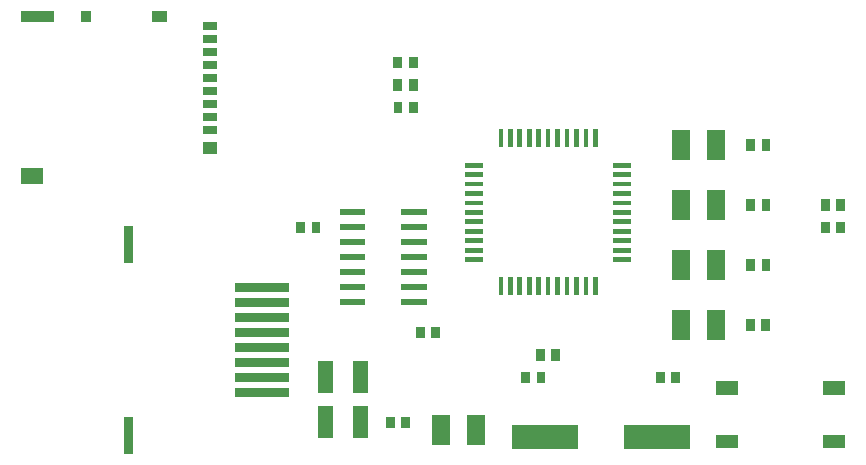
<source format=gbr>
G04 start of page 15 for group -4015 idx -4015 *
G04 Title: (unknown), toppaste *
G04 Creator: pcb 20110918 *
G04 CreationDate: Tue 10 Jan 2012 07:33:53 PM GMT UTC *
G04 For: andy *
G04 Format: Gerber/RS-274X *
G04 PCB-Dimensions: 279528 153543 *
G04 PCB-Coordinate-Origin: lower left *
%MOIN*%
%FSLAX25Y25*%
%LNTOPPASTE*%
%ADD107R,0.0300X0.0300*%
%ADD106R,0.0317X0.0317*%
%ADD105R,0.0454X0.0454*%
%ADD104R,0.0800X0.0800*%
%ADD103R,0.0200X0.0200*%
%ADD102R,0.0512X0.0512*%
%ADD101R,0.0394X0.0394*%
%ADD100R,0.0315X0.0315*%
%ADD99R,0.0276X0.0276*%
%ADD98R,0.0295X0.0295*%
%ADD97R,0.0600X0.0600*%
%ADD96R,0.0157X0.0157*%
G54D96*X148102Y101791D02*X152528D01*
X148102Y98642D02*X152528D01*
X148102Y95492D02*X152528D01*
X148102Y92343D02*X152528D01*
X148102Y89193D02*X152528D01*
X148102Y86043D02*X152528D01*
X148102Y82894D02*X152528D01*
X148102Y79744D02*X152528D01*
X148102Y76595D02*X152528D01*
X148102Y73445D02*X152528D01*
X148102Y70295D02*X152528D01*
X159252Y63571D02*Y59145D01*
X162401Y63571D02*Y59145D01*
X165551Y63571D02*Y59145D01*
X168700Y63571D02*Y59145D01*
X171850Y63571D02*Y59145D01*
X175000Y63571D02*Y59145D01*
X178149Y63571D02*Y59145D01*
X181299Y63571D02*Y59145D01*
X184448Y63571D02*Y59145D01*
X187598Y63571D02*Y59145D01*
X190748Y63571D02*Y59145D01*
X197472Y70295D02*X201898D01*
X197472Y73444D02*X201898D01*
X197472Y76594D02*X201898D01*
X197472Y79743D02*X201898D01*
X197472Y82893D02*X201898D01*
X197472Y86043D02*X201898D01*
X197472Y89192D02*X201898D01*
X197472Y92342D02*X201898D01*
X197472Y95491D02*X201898D01*
X197472Y98641D02*X201898D01*
X197472Y101791D02*X201898D01*
X190748Y112941D02*Y108515D01*
X187599Y112941D02*Y108515D01*
X184449Y112941D02*Y108515D01*
X181300Y112941D02*Y108515D01*
X178150Y112941D02*Y108515D01*
X175000Y112941D02*Y108515D01*
X171851Y112941D02*Y108515D01*
X168701Y112941D02*Y108515D01*
X165552Y112941D02*Y108515D01*
X162402Y112941D02*Y108515D01*
X159252Y112941D02*Y108515D01*
G54D97*X139140Y15661D02*Y11425D01*
X150860Y15661D02*Y11425D01*
G54D98*X167500Y31535D02*Y30551D01*
X172618Y31535D02*Y30551D01*
G54D99*X61378Y113544D02*X63347D01*
X61378Y117874D02*X63347D01*
X61378Y122205D02*X63347D01*
X61378Y126536D02*X63347D01*
X61378Y130867D02*X63347D01*
X61378Y135197D02*X63347D01*
X61378Y139528D02*X63347D01*
X61378Y143859D02*X63347D01*
X61378Y148190D02*X63347D01*
G54D100*X21024Y151732D02*Y150946D01*
G54D101*X45040Y151339D02*X45828D01*
X1142Y151338D02*X8230D01*
G54D102*X1731Y98189D02*X4094D01*
G54D101*X61969Y107442D02*X62757D01*
G54D102*X100690Y18798D02*Y13288D01*
X112500Y18798D02*Y13288D01*
X100690Y33798D02*Y28288D01*
X112500Y33798D02*Y28288D01*
G54D103*X127000Y56043D02*X133500D01*
X127000Y61043D02*X133500D01*
X127000Y66043D02*X133500D01*
X127000Y71043D02*X133500D01*
X127000Y76043D02*X133500D01*
X127000Y81043D02*X133500D01*
X127000Y86043D02*X133500D01*
X106500D02*X113000D01*
X106500Y81043D02*X113000D01*
X106500Y76043D02*X113000D01*
X106500Y71043D02*X113000D01*
X106500Y66043D02*X113000D01*
X106500Y61043D02*X113000D01*
X106500Y56043D02*X113000D01*
G54D98*X127500Y16535D02*Y15551D01*
X122382Y16535D02*Y15551D01*
X92500Y81535D02*Y80551D01*
X97618Y81535D02*Y80551D01*
G54D104*X204200Y11043D02*X218200D01*
X166800D02*X180800D01*
G54D98*X137559Y46535D02*Y45551D01*
X132441Y46535D02*Y45551D01*
X124882Y136535D02*Y135551D01*
X130000Y136535D02*Y135551D01*
X124882Y129035D02*Y128051D01*
X130000Y129035D02*Y128051D01*
G54D105*X233150Y27443D02*X235950D01*
X269050D02*X271850D01*
X233150Y9643D02*X235950D01*
X269050D02*X271850D01*
G54D98*X267441Y89035D02*Y88051D01*
X272559Y89035D02*Y88051D01*
G54D97*X230860Y50661D02*Y46425D01*
X219140Y50661D02*Y46425D01*
X230860Y70661D02*Y66425D01*
X219140Y70661D02*Y66425D01*
X230860Y90661D02*Y86425D01*
X219140Y90661D02*Y86425D01*
X230860Y110661D02*Y106425D01*
X219140Y110661D02*Y106425D01*
G54D98*X242500Y109035D02*Y108051D01*
X247618Y109035D02*Y108051D01*
X242500Y69035D02*Y68051D01*
X247618Y69035D02*Y68051D01*
X242500Y89035D02*Y88051D01*
X247618Y89035D02*Y88051D01*
X242441Y49035D02*Y48051D01*
X247559Y49035D02*Y48051D01*
X217500Y31535D02*Y30551D01*
X212382Y31535D02*Y30551D01*
X172441Y39035D02*Y38051D01*
X177559Y39035D02*Y38051D01*
X267441Y81535D02*Y80551D01*
X272559Y81535D02*Y80551D01*
X124941Y121535D02*Y120551D01*
X130059Y121535D02*Y120551D01*
G54D106*X35079Y16378D02*Y7126D01*
Y79960D02*Y70708D01*
G54D107*X72033Y26043D02*X87043D01*
X72033Y31043D02*X87043D01*
X72033Y36043D02*X87043D01*
X72033Y41043D02*X87043D01*
X72033Y46043D02*X87043D01*
X72033Y51043D02*X87043D01*
X72033Y56043D02*X87043D01*
X72033Y61043D02*X87043D01*
M02*

</source>
